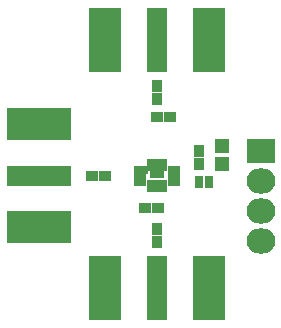
<source format=gts>
G04 #@! TF.FileFunction,Soldermask,Top*
%FSLAX46Y46*%
G04 Gerber Fmt 4.6, Leading zero omitted, Abs format (unit mm)*
G04 Created by KiCad (PCBNEW 4.0.2-stable) date Sun 24 Apr 2016 07:43:34 PM AKDT*
%MOMM*%
G01*
G04 APERTURE LIST*
%ADD10C,0.100000*%
%ADD11R,1.250000X0.650000*%
%ADD12R,1.050000X0.650000*%
%ADD13R,0.650000X1.050000*%
%ADD14R,1.170000X0.650000*%
%ADD15R,1.000000X0.900000*%
%ADD16R,0.900000X1.000000*%
%ADD17R,1.150000X1.200000*%
%ADD18R,0.800000X1.000000*%
%ADD19R,2.432000X2.127200*%
%ADD20O,2.432000X2.127200*%
%ADD21R,5.480000X1.690000*%
%ADD22R,5.480000X2.690000*%
%ADD23R,1.690000X5.480000*%
%ADD24R,2.690000X5.480000*%
G04 APERTURE END LIST*
D10*
D11*
X147150000Y-104503600D03*
D12*
X147050000Y-105003600D03*
X147050000Y-105503600D03*
D13*
X148000000Y-105903600D03*
X148500000Y-105903600D03*
X149000000Y-105903600D03*
D12*
X149950000Y-105503600D03*
X149950000Y-105003600D03*
X149950000Y-104503600D03*
D13*
X149000000Y-104103600D03*
X148500000Y-104103600D03*
X148000000Y-104103600D03*
D14*
X148500000Y-104853600D03*
D15*
X142950000Y-105000000D03*
X144050000Y-105000000D03*
D16*
X148500000Y-110600000D03*
X148500000Y-109500000D03*
X148500000Y-97450000D03*
X148500000Y-98550000D03*
D15*
X148450000Y-100000000D03*
X149550000Y-100000000D03*
X147450000Y-107750000D03*
X148550000Y-107750000D03*
D16*
X152000000Y-104050000D03*
X152000000Y-102950000D03*
D17*
X154000000Y-104000000D03*
X154000000Y-102500000D03*
D18*
X152900000Y-105500000D03*
X152000000Y-105500000D03*
D19*
X157250000Y-102920000D03*
D20*
X157250000Y-105460000D03*
X157250000Y-108000000D03*
X157250000Y-110540000D03*
D21*
X138500000Y-105000000D03*
D22*
X138500000Y-109380000D03*
X138500000Y-100620000D03*
D23*
X148500000Y-114500000D03*
D24*
X152880000Y-114500000D03*
X144120000Y-114500000D03*
D23*
X148500000Y-93500000D03*
D24*
X144120000Y-93500000D03*
X152880000Y-93500000D03*
M02*

</source>
